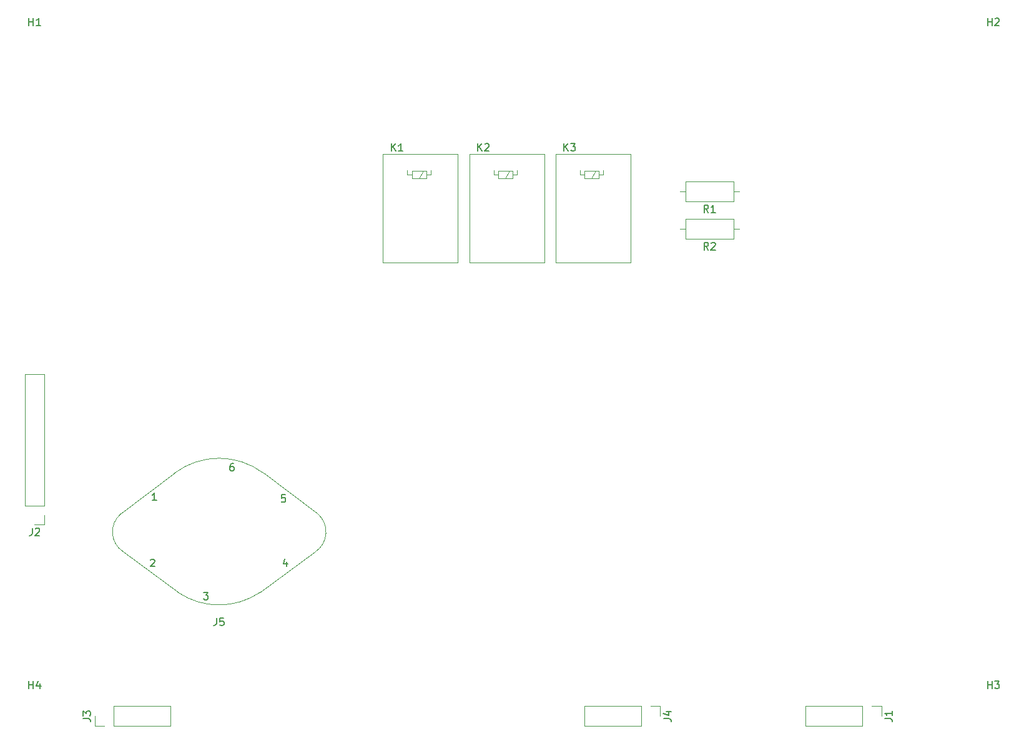
<source format=gbr>
%TF.GenerationSoftware,KiCad,Pcbnew,(5.1.10-1-10_14)*%
%TF.CreationDate,2021-06-27T12:57:11+10:00*%
%TF.ProjectId,support PCB,73757070-6f72-4742-9050-43422e6b6963,rev?*%
%TF.SameCoordinates,Original*%
%TF.FileFunction,Legend,Top*%
%TF.FilePolarity,Positive*%
%FSLAX46Y46*%
G04 Gerber Fmt 4.6, Leading zero omitted, Abs format (unit mm)*
G04 Created by KiCad (PCBNEW (5.1.10-1-10_14)) date 2021-06-27 12:57:11*
%MOMM*%
%LPD*%
G01*
G04 APERTURE LIST*
%ADD10C,0.120000*%
%ADD11C,0.150000*%
G04 APERTURE END LIST*
D10*
%TO.C,J5*%
X77031160Y-112701034D02*
G75*
G02*
X76750001Y-107500001I1718840J2701034D01*
G01*
X103314103Y-107477208D02*
G75*
G02*
X103000000Y-112750000I-2064103J-2522792D01*
G01*
X84000000Y-102000000D02*
G75*
G02*
X96000000Y-102000000I6000000J-8000000D01*
G01*
X95560959Y-118209034D02*
G75*
G02*
X84500000Y-118250000I-5560959J8209034D01*
G01*
X77031161Y-112701033D02*
X84500000Y-118250000D01*
X84000000Y-102000000D02*
X76750000Y-107500000D01*
X103314103Y-107477208D02*
X96000000Y-102000000D01*
X103000000Y-112750000D02*
X95560959Y-118209034D01*
%TO.C,K3*%
X135630000Y-73446000D02*
X135630000Y-58714000D01*
X135630000Y-58714000D02*
X145790000Y-58714000D01*
X145790000Y-58714000D02*
X145790000Y-73446000D01*
X145790000Y-73446000D02*
X135630000Y-73446000D01*
X141116000Y-61000000D02*
X140481000Y-62016000D01*
X138932000Y-60873000D02*
X138932000Y-61508000D01*
X138932000Y-61508000D02*
X139592000Y-61508000D01*
X142132000Y-60873000D02*
X142132000Y-61508000D01*
X142132000Y-61508000D02*
X141497000Y-61508000D01*
X141497000Y-61000000D02*
X139592000Y-61000000D01*
X139592000Y-61000000D02*
X139592000Y-62016000D01*
X139592000Y-62016000D02*
X141497000Y-62016000D01*
X141497000Y-61000000D02*
X141497000Y-62016000D01*
%TO.C,K2*%
X123930000Y-73446000D02*
X123930000Y-58714000D01*
X123930000Y-58714000D02*
X134090000Y-58714000D01*
X134090000Y-58714000D02*
X134090000Y-73446000D01*
X134090000Y-73446000D02*
X123930000Y-73446000D01*
X129416000Y-61000000D02*
X128781000Y-62016000D01*
X127232000Y-60873000D02*
X127232000Y-61508000D01*
X127232000Y-61508000D02*
X127892000Y-61508000D01*
X130432000Y-60873000D02*
X130432000Y-61508000D01*
X130432000Y-61508000D02*
X129797000Y-61508000D01*
X129797000Y-61000000D02*
X127892000Y-61000000D01*
X127892000Y-61000000D02*
X127892000Y-62016000D01*
X127892000Y-62016000D02*
X129797000Y-62016000D01*
X129797000Y-61000000D02*
X129797000Y-62016000D01*
%TO.C,K1*%
X112230000Y-73446000D02*
X112230000Y-58714000D01*
X112230000Y-58714000D02*
X122390000Y-58714000D01*
X122390000Y-58714000D02*
X122390000Y-73446000D01*
X122390000Y-73446000D02*
X112230000Y-73446000D01*
X117716000Y-61000000D02*
X117081000Y-62016000D01*
X115532000Y-60873000D02*
X115532000Y-61508000D01*
X115532000Y-61508000D02*
X116192000Y-61508000D01*
X118732000Y-60873000D02*
X118732000Y-61508000D01*
X118732000Y-61508000D02*
X118097000Y-61508000D01*
X118097000Y-61000000D02*
X116192000Y-61000000D01*
X116192000Y-61000000D02*
X116192000Y-62016000D01*
X116192000Y-62016000D02*
X118097000Y-62016000D01*
X118097000Y-61000000D02*
X118097000Y-62016000D01*
%TO.C,R2*%
X159790000Y-70250000D02*
X159790000Y-67510000D01*
X159790000Y-67510000D02*
X153250000Y-67510000D01*
X153250000Y-67510000D02*
X153250000Y-70250000D01*
X153250000Y-70250000D02*
X159790000Y-70250000D01*
X160560000Y-68880000D02*
X159790000Y-68880000D01*
X152480000Y-68880000D02*
X153250000Y-68880000D01*
%TO.C,R1*%
X159790000Y-65170000D02*
X159790000Y-62430000D01*
X159790000Y-62430000D02*
X153250000Y-62430000D01*
X153250000Y-62430000D02*
X153250000Y-65170000D01*
X153250000Y-65170000D02*
X159790000Y-65170000D01*
X160560000Y-63800000D02*
X159790000Y-63800000D01*
X152480000Y-63800000D02*
X153250000Y-63800000D01*
%TO.C,J4*%
X139550000Y-133670000D02*
X139550000Y-136330000D01*
X147230000Y-133670000D02*
X139550000Y-133670000D01*
X147230000Y-136330000D02*
X139550000Y-136330000D01*
X147230000Y-133670000D02*
X147230000Y-136330000D01*
X148500000Y-133670000D02*
X149830000Y-133670000D01*
X149830000Y-133670000D02*
X149830000Y-135000000D01*
%TO.C,J3*%
X83410000Y-136330000D02*
X83410000Y-133670000D01*
X75730000Y-136330000D02*
X83410000Y-136330000D01*
X75730000Y-133670000D02*
X83410000Y-133670000D01*
X75730000Y-136330000D02*
X75730000Y-133670000D01*
X74460000Y-136330000D02*
X73130000Y-136330000D01*
X73130000Y-136330000D02*
X73130000Y-135000000D01*
%TO.C,J2*%
X66330000Y-88590000D02*
X63670000Y-88590000D01*
X66330000Y-106430000D02*
X66330000Y-88590000D01*
X63670000Y-106430000D02*
X63670000Y-88590000D01*
X66330000Y-106430000D02*
X63670000Y-106430000D01*
X66330000Y-107700000D02*
X66330000Y-109030000D01*
X66330000Y-109030000D02*
X65000000Y-109030000D01*
%TO.C,J1*%
X169550000Y-133670000D02*
X169550000Y-136330000D01*
X177230000Y-133670000D02*
X169550000Y-133670000D01*
X177230000Y-136330000D02*
X169550000Y-136330000D01*
X177230000Y-133670000D02*
X177230000Y-136330000D01*
X178500000Y-133670000D02*
X179830000Y-133670000D01*
X179830000Y-133670000D02*
X179830000Y-135000000D01*
%TO.C,H4*%
D11*
X64238095Y-131252380D02*
X64238095Y-130252380D01*
X64238095Y-130728571D02*
X64809523Y-130728571D01*
X64809523Y-131252380D02*
X64809523Y-130252380D01*
X65714285Y-130585714D02*
X65714285Y-131252380D01*
X65476190Y-130204761D02*
X65238095Y-130919047D01*
X65857142Y-130919047D01*
%TO.C,H3*%
X194238095Y-131252380D02*
X194238095Y-130252380D01*
X194238095Y-130728571D02*
X194809523Y-130728571D01*
X194809523Y-131252380D02*
X194809523Y-130252380D01*
X195190476Y-130252380D02*
X195809523Y-130252380D01*
X195476190Y-130633333D01*
X195619047Y-130633333D01*
X195714285Y-130680952D01*
X195761904Y-130728571D01*
X195809523Y-130823809D01*
X195809523Y-131061904D01*
X195761904Y-131157142D01*
X195714285Y-131204761D01*
X195619047Y-131252380D01*
X195333333Y-131252380D01*
X195238095Y-131204761D01*
X195190476Y-131157142D01*
%TO.C,H2*%
X194238095Y-41252380D02*
X194238095Y-40252380D01*
X194238095Y-40728571D02*
X194809523Y-40728571D01*
X194809523Y-41252380D02*
X194809523Y-40252380D01*
X195238095Y-40347619D02*
X195285714Y-40300000D01*
X195380952Y-40252380D01*
X195619047Y-40252380D01*
X195714285Y-40300000D01*
X195761904Y-40347619D01*
X195809523Y-40442857D01*
X195809523Y-40538095D01*
X195761904Y-40680952D01*
X195190476Y-41252380D01*
X195809523Y-41252380D01*
%TO.C,H1*%
X64238095Y-41252380D02*
X64238095Y-40252380D01*
X64238095Y-40728571D02*
X64809523Y-40728571D01*
X64809523Y-41252380D02*
X64809523Y-40252380D01*
X65809523Y-41252380D02*
X65238095Y-41252380D01*
X65523809Y-41252380D02*
X65523809Y-40252380D01*
X65428571Y-40395238D01*
X65333333Y-40490476D01*
X65238095Y-40538095D01*
%TO.C,J5*%
X89666666Y-121702380D02*
X89666666Y-122416666D01*
X89619047Y-122559523D01*
X89523809Y-122654761D01*
X89380952Y-122702380D01*
X89285714Y-122702380D01*
X90619047Y-121702380D02*
X90142857Y-121702380D01*
X90095238Y-122178571D01*
X90142857Y-122130952D01*
X90238095Y-122083333D01*
X90476190Y-122083333D01*
X90571428Y-122130952D01*
X90619047Y-122178571D01*
X90666666Y-122273809D01*
X90666666Y-122511904D01*
X90619047Y-122607142D01*
X90571428Y-122654761D01*
X90476190Y-122702380D01*
X90238095Y-122702380D01*
X90142857Y-122654761D01*
X90095238Y-122607142D01*
X91940476Y-100702380D02*
X91750000Y-100702380D01*
X91654761Y-100750000D01*
X91607142Y-100797619D01*
X91511904Y-100940476D01*
X91464285Y-101130952D01*
X91464285Y-101511904D01*
X91511904Y-101607142D01*
X91559523Y-101654761D01*
X91654761Y-101702380D01*
X91845238Y-101702380D01*
X91940476Y-101654761D01*
X91988095Y-101607142D01*
X92035714Y-101511904D01*
X92035714Y-101273809D01*
X91988095Y-101178571D01*
X91940476Y-101130952D01*
X91845238Y-101083333D01*
X91654761Y-101083333D01*
X91559523Y-101130952D01*
X91511904Y-101178571D01*
X91464285Y-101273809D01*
X98988095Y-104952380D02*
X98511904Y-104952380D01*
X98464285Y-105428571D01*
X98511904Y-105380952D01*
X98607142Y-105333333D01*
X98845238Y-105333333D01*
X98940476Y-105380952D01*
X98988095Y-105428571D01*
X99035714Y-105523809D01*
X99035714Y-105761904D01*
X98988095Y-105857142D01*
X98940476Y-105904761D01*
X98845238Y-105952380D01*
X98607142Y-105952380D01*
X98511904Y-105904761D01*
X98464285Y-105857142D01*
X99190476Y-114035714D02*
X99190476Y-114702380D01*
X98952380Y-113654761D02*
X98714285Y-114369047D01*
X99333333Y-114369047D01*
X87916666Y-118202380D02*
X88535714Y-118202380D01*
X88202380Y-118583333D01*
X88345238Y-118583333D01*
X88440476Y-118630952D01*
X88488095Y-118678571D01*
X88535714Y-118773809D01*
X88535714Y-119011904D01*
X88488095Y-119107142D01*
X88440476Y-119154761D01*
X88345238Y-119202380D01*
X88059523Y-119202380D01*
X87964285Y-119154761D01*
X87916666Y-119107142D01*
X80714285Y-113797619D02*
X80761904Y-113750000D01*
X80857142Y-113702380D01*
X81095238Y-113702380D01*
X81190476Y-113750000D01*
X81238095Y-113797619D01*
X81285714Y-113892857D01*
X81285714Y-113988095D01*
X81238095Y-114130952D01*
X80666666Y-114702380D01*
X81285714Y-114702380D01*
X81535714Y-105702380D02*
X80964285Y-105702380D01*
X81250000Y-105702380D02*
X81250000Y-104702380D01*
X81154761Y-104845238D01*
X81059523Y-104940476D01*
X80964285Y-104988095D01*
%TO.C,K3*%
X136796904Y-58277380D02*
X136796904Y-57277380D01*
X137368333Y-58277380D02*
X136939761Y-57705952D01*
X137368333Y-57277380D02*
X136796904Y-57848809D01*
X137701666Y-57277380D02*
X138320714Y-57277380D01*
X137987380Y-57658333D01*
X138130238Y-57658333D01*
X138225476Y-57705952D01*
X138273095Y-57753571D01*
X138320714Y-57848809D01*
X138320714Y-58086904D01*
X138273095Y-58182142D01*
X138225476Y-58229761D01*
X138130238Y-58277380D01*
X137844523Y-58277380D01*
X137749285Y-58229761D01*
X137701666Y-58182142D01*
%TO.C,K2*%
X125096904Y-58277380D02*
X125096904Y-57277380D01*
X125668333Y-58277380D02*
X125239761Y-57705952D01*
X125668333Y-57277380D02*
X125096904Y-57848809D01*
X126049285Y-57372619D02*
X126096904Y-57325000D01*
X126192142Y-57277380D01*
X126430238Y-57277380D01*
X126525476Y-57325000D01*
X126573095Y-57372619D01*
X126620714Y-57467857D01*
X126620714Y-57563095D01*
X126573095Y-57705952D01*
X126001666Y-58277380D01*
X126620714Y-58277380D01*
%TO.C,K1*%
X113396904Y-58277380D02*
X113396904Y-57277380D01*
X113968333Y-58277380D02*
X113539761Y-57705952D01*
X113968333Y-57277380D02*
X113396904Y-57848809D01*
X114920714Y-58277380D02*
X114349285Y-58277380D01*
X114635000Y-58277380D02*
X114635000Y-57277380D01*
X114539761Y-57420238D01*
X114444523Y-57515476D01*
X114349285Y-57563095D01*
%TO.C,R2*%
X156353333Y-71702380D02*
X156020000Y-71226190D01*
X155781904Y-71702380D02*
X155781904Y-70702380D01*
X156162857Y-70702380D01*
X156258095Y-70750000D01*
X156305714Y-70797619D01*
X156353333Y-70892857D01*
X156353333Y-71035714D01*
X156305714Y-71130952D01*
X156258095Y-71178571D01*
X156162857Y-71226190D01*
X155781904Y-71226190D01*
X156734285Y-70797619D02*
X156781904Y-70750000D01*
X156877142Y-70702380D01*
X157115238Y-70702380D01*
X157210476Y-70750000D01*
X157258095Y-70797619D01*
X157305714Y-70892857D01*
X157305714Y-70988095D01*
X157258095Y-71130952D01*
X156686666Y-71702380D01*
X157305714Y-71702380D01*
%TO.C,R1*%
X156353333Y-66622380D02*
X156020000Y-66146190D01*
X155781904Y-66622380D02*
X155781904Y-65622380D01*
X156162857Y-65622380D01*
X156258095Y-65670000D01*
X156305714Y-65717619D01*
X156353333Y-65812857D01*
X156353333Y-65955714D01*
X156305714Y-66050952D01*
X156258095Y-66098571D01*
X156162857Y-66146190D01*
X155781904Y-66146190D01*
X157305714Y-66622380D02*
X156734285Y-66622380D01*
X157020000Y-66622380D02*
X157020000Y-65622380D01*
X156924761Y-65765238D01*
X156829523Y-65860476D01*
X156734285Y-65908095D01*
%TO.C,J4*%
X150282380Y-135333333D02*
X150996666Y-135333333D01*
X151139523Y-135380952D01*
X151234761Y-135476190D01*
X151282380Y-135619047D01*
X151282380Y-135714285D01*
X150615714Y-134428571D02*
X151282380Y-134428571D01*
X150234761Y-134666666D02*
X150949047Y-134904761D01*
X150949047Y-134285714D01*
%TO.C,J3*%
X71582380Y-135333333D02*
X72296666Y-135333333D01*
X72439523Y-135380952D01*
X72534761Y-135476190D01*
X72582380Y-135619047D01*
X72582380Y-135714285D01*
X71582380Y-134952380D02*
X71582380Y-134333333D01*
X71963333Y-134666666D01*
X71963333Y-134523809D01*
X72010952Y-134428571D01*
X72058571Y-134380952D01*
X72153809Y-134333333D01*
X72391904Y-134333333D01*
X72487142Y-134380952D01*
X72534761Y-134428571D01*
X72582380Y-134523809D01*
X72582380Y-134809523D01*
X72534761Y-134904761D01*
X72487142Y-134952380D01*
%TO.C,J2*%
X64666666Y-109482380D02*
X64666666Y-110196666D01*
X64619047Y-110339523D01*
X64523809Y-110434761D01*
X64380952Y-110482380D01*
X64285714Y-110482380D01*
X65095238Y-109577619D02*
X65142857Y-109530000D01*
X65238095Y-109482380D01*
X65476190Y-109482380D01*
X65571428Y-109530000D01*
X65619047Y-109577619D01*
X65666666Y-109672857D01*
X65666666Y-109768095D01*
X65619047Y-109910952D01*
X65047619Y-110482380D01*
X65666666Y-110482380D01*
%TO.C,J1*%
X180282380Y-135333333D02*
X180996666Y-135333333D01*
X181139523Y-135380952D01*
X181234761Y-135476190D01*
X181282380Y-135619047D01*
X181282380Y-135714285D01*
X181282380Y-134333333D02*
X181282380Y-134904761D01*
X181282380Y-134619047D02*
X180282380Y-134619047D01*
X180425238Y-134714285D01*
X180520476Y-134809523D01*
X180568095Y-134904761D01*
%TD*%
M02*

</source>
